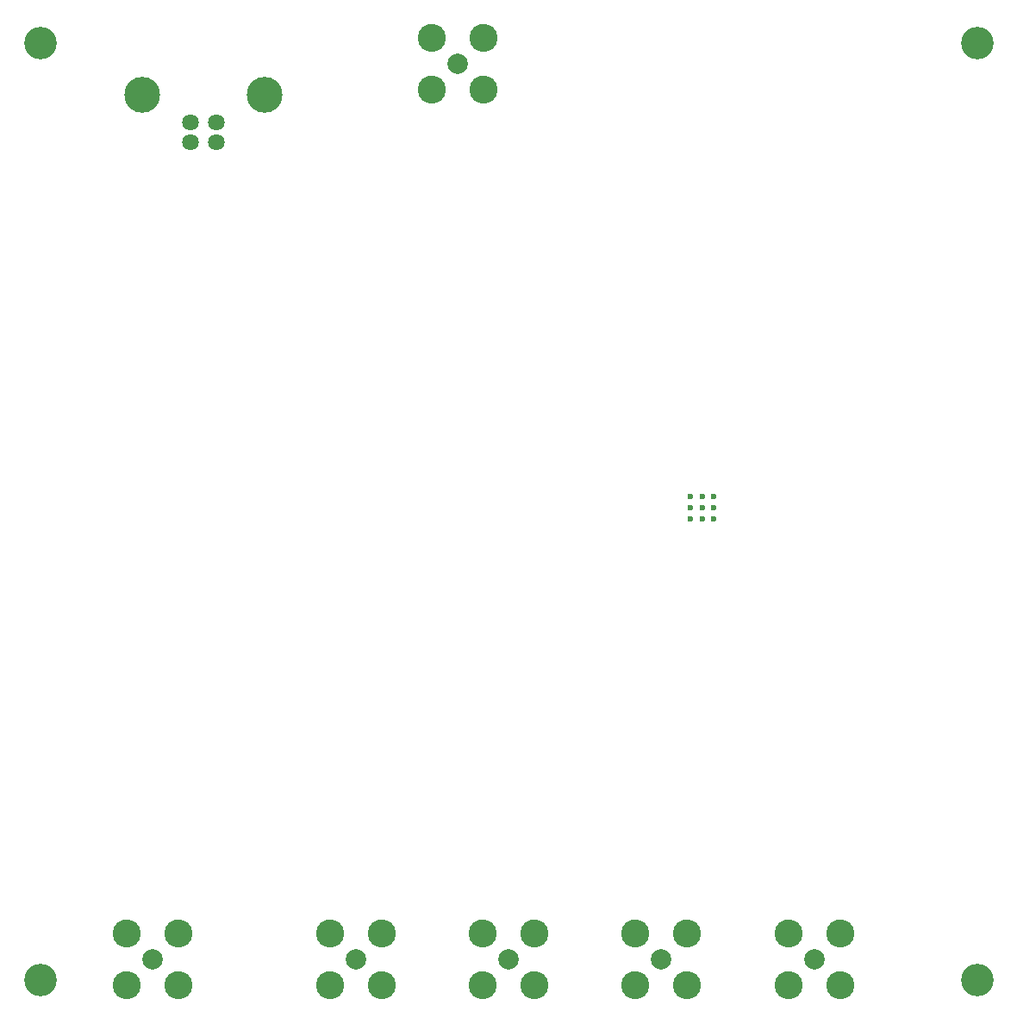
<source format=gbr>
%TF.GenerationSoftware,KiCad,Pcbnew,9.0.1*%
%TF.CreationDate,2025-12-30T17:40:51-06:00*%
%TF.ProjectId,opensync_prototype,6f70656e-7379-46e6-935f-70726f746f74,0.1*%
%TF.SameCoordinates,Original*%
%TF.FileFunction,Soldermask,Bot*%
%TF.FilePolarity,Negative*%
%FSLAX46Y46*%
G04 Gerber Fmt 4.6, Leading zero omitted, Abs format (unit mm)*
G04 Created by KiCad (PCBNEW 9.0.1) date 2025-12-30 17:40:51*
%MOMM*%
%LPD*%
G01*
G04 APERTURE LIST*
%ADD10C,3.200000*%
%ADD11C,1.632000*%
%ADD12C,3.520000*%
%ADD13C,2.754000*%
%ADD14C,2.004000*%
%ADD15C,0.600000*%
G04 APERTURE END LIST*
D10*
%TO.C,H4*%
X66000000Y-141000000D03*
%TD*%
D11*
%TO.C,J1*%
X80750000Y-58740000D03*
X83250000Y-58740000D03*
X83250000Y-56740000D03*
X80750000Y-56740000D03*
D12*
X88020000Y-54030000D03*
X75980000Y-54030000D03*
%TD*%
D10*
%TO.C,H1*%
X66000000Y-49000000D03*
%TD*%
D13*
%TO.C,J13*%
X109540000Y-48460000D03*
X104460000Y-48460000D03*
X104460000Y-53540000D03*
X109540000Y-53540000D03*
D14*
X107000000Y-51000000D03*
%TD*%
D10*
%TO.C,H3*%
X158000000Y-141000000D03*
%TD*%
D15*
%TO.C,U2*%
X129866667Y-93466667D03*
X129866667Y-94600000D03*
X129866667Y-95733333D03*
X131000000Y-93466667D03*
X131000000Y-94600000D03*
X131000000Y-95733333D03*
X132133333Y-93466667D03*
X132133333Y-94600000D03*
X132133333Y-95733333D03*
%TD*%
D10*
%TO.C,H2*%
X158000000Y-49000000D03*
%TD*%
D14*
%TO.C,J6*%
X127000000Y-139000000D03*
D13*
X129540000Y-136460000D03*
X124460000Y-136460000D03*
X124460000Y-141540000D03*
X129540000Y-141540000D03*
%TD*%
D14*
%TO.C,J4*%
X97000000Y-139000000D03*
D13*
X99540000Y-136460000D03*
X94460000Y-136460000D03*
X94460000Y-141540000D03*
X99540000Y-141540000D03*
%TD*%
D14*
%TO.C,J2*%
X77000000Y-139000000D03*
D13*
X79540000Y-136460000D03*
X74460000Y-136460000D03*
X74460000Y-141540000D03*
X79540000Y-141540000D03*
%TD*%
D14*
%TO.C,J7*%
X142000000Y-139000000D03*
D13*
X144540000Y-136460000D03*
X139460000Y-136460000D03*
X139460000Y-141540000D03*
X144540000Y-141540000D03*
%TD*%
D14*
%TO.C,J5*%
X112000000Y-139000000D03*
D13*
X114540000Y-136460000D03*
X109460000Y-136460000D03*
X109460000Y-141540000D03*
X114540000Y-141540000D03*
%TD*%
M02*

</source>
